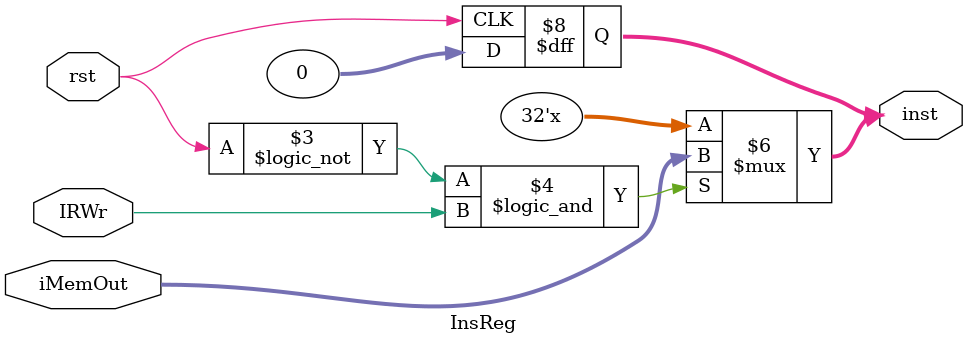
<source format=v>
module InsReg(/*clk,*/ rst, IRWr, iMemOut, inst);
    // input clk;
    input rst;
    input IRWr;
    input[31:0] iMemOut;
    output reg[31:0] inst;
    
    always @(posedge rst)
    begin
        inst = 0;
    end

    always @(*) 
    begin
        if (!rst && IRWr)
            inst = iMemOut;
        //$display("insReg: inst = 0x%8h", inst);//debug
    end
endmodule // InsReg
</source>
